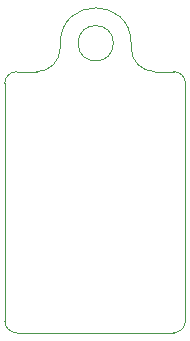
<source format=gbr>
%TF.GenerationSoftware,KiCad,Pcbnew,8.0.8-8.0.8-0~ubuntu24.04.1*%
%TF.CreationDate,2025-03-22T16:56:25+00:00*%
%TF.ProjectId,FSRrayDMUX-ADC,46535272-6179-4444-9d55-582d4144432e,rev?*%
%TF.SameCoordinates,Original*%
%TF.FileFunction,Profile,NP*%
%FSLAX46Y46*%
G04 Gerber Fmt 4.6, Leading zero omitted, Abs format (unit mm)*
G04 Created by KiCad (PCBNEW 8.0.8-8.0.8-0~ubuntu24.04.1) date 2025-03-22 16:56:25*
%MOMM*%
%LPD*%
G01*
G04 APERTURE LIST*
%TA.AperFunction,Profile*%
%ADD10C,0.038100*%
%TD*%
G04 APERTURE END LIST*
D10*
X148200000Y-143500000D02*
G75*
G02*
X147200000Y-142500000I0J1000000D01*
G01*
X156400000Y-119000000D02*
G75*
G02*
X153400000Y-119000000I-1500000J0D01*
G01*
X153400000Y-119000000D02*
G75*
G02*
X156400000Y-119000000I1500000J0D01*
G01*
X162500000Y-122400000D02*
X162500000Y-142500000D01*
X159900000Y-121400000D02*
X161500000Y-121400000D01*
X161500000Y-121400000D02*
G75*
G02*
X162500000Y-122400000I0J-1000000D01*
G01*
X151900000Y-119400000D02*
G75*
G02*
X149900000Y-121400000I-2000000J0D01*
G01*
X161500000Y-143500000D02*
X148200000Y-143500000D01*
X147200000Y-142500000D02*
X147200000Y-122400000D01*
X157900000Y-119000000D02*
X157900000Y-119400000D01*
X159900000Y-121400000D02*
G75*
G02*
X157900000Y-119400000I0J2000000D01*
G01*
X148200000Y-121400000D02*
X149900000Y-121400000D01*
X162500000Y-142500000D02*
G75*
G02*
X161500000Y-143500000I-1000000J0D01*
G01*
X147200000Y-122400000D02*
G75*
G02*
X148200000Y-121400000I1000000J0D01*
G01*
X151900000Y-119000000D02*
G75*
G02*
X157900000Y-119000000I3000000J0D01*
G01*
X151900000Y-119000000D02*
X151900000Y-119400000D01*
M02*

</source>
